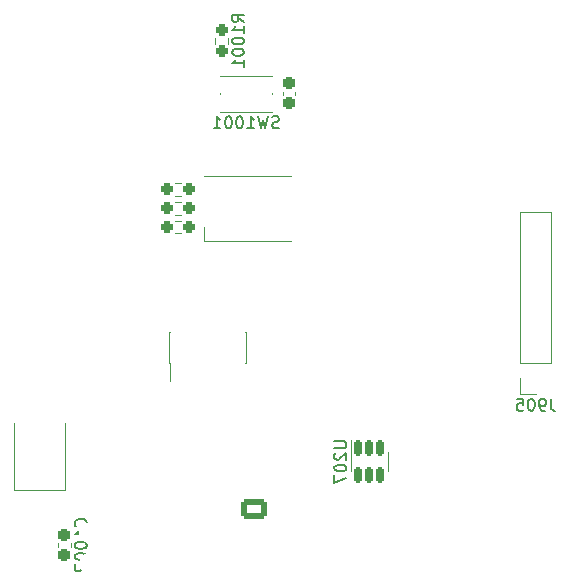
<source format=gbo>
G04 #@! TF.GenerationSoftware,KiCad,Pcbnew,(6.0.8)*
G04 #@! TF.CreationDate,2023-12-02T01:29:22+01:00*
G04 #@! TF.ProjectId,lamp_devboard,6c616d70-5f64-4657-9662-6f6172642e6b,rev?*
G04 #@! TF.SameCoordinates,Original*
G04 #@! TF.FileFunction,Legend,Bot*
G04 #@! TF.FilePolarity,Positive*
%FSLAX46Y46*%
G04 Gerber Fmt 4.6, Leading zero omitted, Abs format (unit mm)*
G04 Created by KiCad (PCBNEW (6.0.8)) date 2023-12-02 01:29:22*
%MOMM*%
%LPD*%
G01*
G04 APERTURE LIST*
G04 Aperture macros list*
%AMRoundRect*
0 Rectangle with rounded corners*
0 $1 Rounding radius*
0 $2 $3 $4 $5 $6 $7 $8 $9 X,Y pos of 4 corners*
0 Add a 4 corners polygon primitive as box body*
4,1,4,$2,$3,$4,$5,$6,$7,$8,$9,$2,$3,0*
0 Add four circle primitives for the rounded corners*
1,1,$1+$1,$2,$3*
1,1,$1+$1,$4,$5*
1,1,$1+$1,$6,$7*
1,1,$1+$1,$8,$9*
0 Add four rect primitives between the rounded corners*
20,1,$1+$1,$2,$3,$4,$5,0*
20,1,$1+$1,$4,$5,$6,$7,0*
20,1,$1+$1,$6,$7,$8,$9,0*
20,1,$1+$1,$8,$9,$2,$3,0*%
G04 Aperture macros list end*
%ADD10C,0.150000*%
%ADD11C,0.120000*%
%ADD12R,1.700000X1.700000*%
%ADD13O,1.700000X1.700000*%
%ADD14RoundRect,0.250000X-0.845000X0.620000X-0.845000X-0.620000X0.845000X-0.620000X0.845000X0.620000X0*%
%ADD15O,2.190000X1.740000*%
%ADD16O,1.154000X2.254000*%
%ADD17C,0.600000*%
%ADD18RoundRect,0.237500X0.250000X0.237500X-0.250000X0.237500X-0.250000X-0.237500X0.250000X-0.237500X0*%
%ADD19RoundRect,0.237500X0.237500X-0.250000X0.237500X0.250000X-0.237500X0.250000X-0.237500X-0.250000X0*%
%ADD20RoundRect,0.237500X0.237500X-0.300000X0.237500X0.300000X-0.237500X0.300000X-0.237500X-0.300000X0*%
%ADD21RoundRect,0.237500X-0.250000X-0.237500X0.250000X-0.237500X0.250000X0.237500X-0.250000X0.237500X0*%
%ADD22R,2.300000X2.500000*%
%ADD23R,1.500000X1.000000*%
%ADD24RoundRect,0.150000X-0.150000X0.512500X-0.150000X-0.512500X0.150000X-0.512500X0.150000X0.512500X0*%
%ADD25R,0.900000X1.000000*%
%ADD26R,0.750000X2.100000*%
G04 APERTURE END LIST*
D10*
X59682380Y-71104761D02*
X59206190Y-70771428D01*
X59682380Y-70533333D02*
X58682380Y-70533333D01*
X58682380Y-70914285D01*
X58730000Y-71009523D01*
X58777619Y-71057142D01*
X58872857Y-71104761D01*
X59015714Y-71104761D01*
X59110952Y-71057142D01*
X59158571Y-71009523D01*
X59206190Y-70914285D01*
X59206190Y-70533333D01*
X59682380Y-72057142D02*
X59682380Y-71485714D01*
X59682380Y-71771428D02*
X58682380Y-71771428D01*
X58825238Y-71676190D01*
X58920476Y-71580952D01*
X58968095Y-71485714D01*
X58682380Y-72676190D02*
X58682380Y-72771428D01*
X58730000Y-72866666D01*
X58777619Y-72914285D01*
X58872857Y-72961904D01*
X59063333Y-73009523D01*
X59301428Y-73009523D01*
X59491904Y-72961904D01*
X59587142Y-72914285D01*
X59634761Y-72866666D01*
X59682380Y-72771428D01*
X59682380Y-72676190D01*
X59634761Y-72580952D01*
X59587142Y-72533333D01*
X59491904Y-72485714D01*
X59301428Y-72438095D01*
X59063333Y-72438095D01*
X58872857Y-72485714D01*
X58777619Y-72533333D01*
X58730000Y-72580952D01*
X58682380Y-72676190D01*
X58682380Y-73628571D02*
X58682380Y-73723809D01*
X58730000Y-73819047D01*
X58777619Y-73866666D01*
X58872857Y-73914285D01*
X59063333Y-73961904D01*
X59301428Y-73961904D01*
X59491904Y-73914285D01*
X59587142Y-73866666D01*
X59634761Y-73819047D01*
X59682380Y-73723809D01*
X59682380Y-73628571D01*
X59634761Y-73533333D01*
X59587142Y-73485714D01*
X59491904Y-73438095D01*
X59301428Y-73390476D01*
X59063333Y-73390476D01*
X58872857Y-73438095D01*
X58777619Y-73485714D01*
X58730000Y-73533333D01*
X58682380Y-73628571D01*
X59682380Y-74914285D02*
X59682380Y-74342857D01*
X59682380Y-74628571D02*
X58682380Y-74628571D01*
X58825238Y-74533333D01*
X58920476Y-74438095D01*
X58968095Y-74342857D01*
X85685714Y-103032380D02*
X85685714Y-103746666D01*
X85733333Y-103889523D01*
X85828571Y-103984761D01*
X85971428Y-104032380D01*
X86066666Y-104032380D01*
X85161904Y-104032380D02*
X84971428Y-104032380D01*
X84876190Y-103984761D01*
X84828571Y-103937142D01*
X84733333Y-103794285D01*
X84685714Y-103603809D01*
X84685714Y-103222857D01*
X84733333Y-103127619D01*
X84780952Y-103080000D01*
X84876190Y-103032380D01*
X85066666Y-103032380D01*
X85161904Y-103080000D01*
X85209523Y-103127619D01*
X85257142Y-103222857D01*
X85257142Y-103460952D01*
X85209523Y-103556190D01*
X85161904Y-103603809D01*
X85066666Y-103651428D01*
X84876190Y-103651428D01*
X84780952Y-103603809D01*
X84733333Y-103556190D01*
X84685714Y-103460952D01*
X84066666Y-103032380D02*
X83971428Y-103032380D01*
X83876190Y-103080000D01*
X83828571Y-103127619D01*
X83780952Y-103222857D01*
X83733333Y-103413333D01*
X83733333Y-103651428D01*
X83780952Y-103841904D01*
X83828571Y-103937142D01*
X83876190Y-103984761D01*
X83971428Y-104032380D01*
X84066666Y-104032380D01*
X84161904Y-103984761D01*
X84209523Y-103937142D01*
X84257142Y-103841904D01*
X84304761Y-103651428D01*
X84304761Y-103413333D01*
X84257142Y-103222857D01*
X84209523Y-103127619D01*
X84161904Y-103080000D01*
X84066666Y-103032380D01*
X82828571Y-103032380D02*
X83304761Y-103032380D01*
X83352380Y-103508571D01*
X83304761Y-103460952D01*
X83209523Y-103413333D01*
X82971428Y-103413333D01*
X82876190Y-103460952D01*
X82828571Y-103508571D01*
X82780952Y-103603809D01*
X82780952Y-103841904D01*
X82828571Y-103937142D01*
X82876190Y-103984761D01*
X82971428Y-104032380D01*
X83209523Y-104032380D01*
X83304761Y-103984761D01*
X83352380Y-103937142D01*
X46287142Y-113804761D02*
X46334761Y-113757142D01*
X46382380Y-113614285D01*
X46382380Y-113519047D01*
X46334761Y-113376190D01*
X46239523Y-113280952D01*
X46144285Y-113233333D01*
X45953809Y-113185714D01*
X45810952Y-113185714D01*
X45620476Y-113233333D01*
X45525238Y-113280952D01*
X45430000Y-113376190D01*
X45382380Y-113519047D01*
X45382380Y-113614285D01*
X45430000Y-113757142D01*
X45477619Y-113804761D01*
X46382380Y-114757142D02*
X46382380Y-114185714D01*
X46382380Y-114471428D02*
X45382380Y-114471428D01*
X45525238Y-114376190D01*
X45620476Y-114280952D01*
X45668095Y-114185714D01*
X45382380Y-115376190D02*
X45382380Y-115471428D01*
X45430000Y-115566666D01*
X45477619Y-115614285D01*
X45572857Y-115661904D01*
X45763333Y-115709523D01*
X46001428Y-115709523D01*
X46191904Y-115661904D01*
X46287142Y-115614285D01*
X46334761Y-115566666D01*
X46382380Y-115471428D01*
X46382380Y-115376190D01*
X46334761Y-115280952D01*
X46287142Y-115233333D01*
X46191904Y-115185714D01*
X46001428Y-115138095D01*
X45763333Y-115138095D01*
X45572857Y-115185714D01*
X45477619Y-115233333D01*
X45430000Y-115280952D01*
X45382380Y-115376190D01*
X45382380Y-116328571D02*
X45382380Y-116423809D01*
X45430000Y-116519047D01*
X45477619Y-116566666D01*
X45572857Y-116614285D01*
X45763333Y-116661904D01*
X46001428Y-116661904D01*
X46191904Y-116614285D01*
X46287142Y-116566666D01*
X46334761Y-116519047D01*
X46382380Y-116423809D01*
X46382380Y-116328571D01*
X46334761Y-116233333D01*
X46287142Y-116185714D01*
X46191904Y-116138095D01*
X46001428Y-116090476D01*
X45763333Y-116090476D01*
X45572857Y-116138095D01*
X45477619Y-116185714D01*
X45430000Y-116233333D01*
X45382380Y-116328571D01*
X45477619Y-117042857D02*
X45430000Y-117090476D01*
X45382380Y-117185714D01*
X45382380Y-117423809D01*
X45430000Y-117519047D01*
X45477619Y-117566666D01*
X45572857Y-117614285D01*
X45668095Y-117614285D01*
X45810952Y-117566666D01*
X46382380Y-116995238D01*
X46382380Y-117614285D01*
X67352380Y-106635714D02*
X68161904Y-106635714D01*
X68257142Y-106683333D01*
X68304761Y-106730952D01*
X68352380Y-106826190D01*
X68352380Y-107016666D01*
X68304761Y-107111904D01*
X68257142Y-107159523D01*
X68161904Y-107207142D01*
X67352380Y-107207142D01*
X67447619Y-107635714D02*
X67400000Y-107683333D01*
X67352380Y-107778571D01*
X67352380Y-108016666D01*
X67400000Y-108111904D01*
X67447619Y-108159523D01*
X67542857Y-108207142D01*
X67638095Y-108207142D01*
X67780952Y-108159523D01*
X68352380Y-107588095D01*
X68352380Y-108207142D01*
X67352380Y-108826190D02*
X67352380Y-108921428D01*
X67400000Y-109016666D01*
X67447619Y-109064285D01*
X67542857Y-109111904D01*
X67733333Y-109159523D01*
X67971428Y-109159523D01*
X68161904Y-109111904D01*
X68257142Y-109064285D01*
X68304761Y-109016666D01*
X68352380Y-108921428D01*
X68352380Y-108826190D01*
X68304761Y-108730952D01*
X68257142Y-108683333D01*
X68161904Y-108635714D01*
X67971428Y-108588095D01*
X67733333Y-108588095D01*
X67542857Y-108635714D01*
X67447619Y-108683333D01*
X67400000Y-108730952D01*
X67352380Y-108826190D01*
X67352380Y-109492857D02*
X67352380Y-110159523D01*
X68352380Y-109730952D01*
X62661904Y-80054761D02*
X62519047Y-80102380D01*
X62280952Y-80102380D01*
X62185714Y-80054761D01*
X62138095Y-80007142D01*
X62090476Y-79911904D01*
X62090476Y-79816666D01*
X62138095Y-79721428D01*
X62185714Y-79673809D01*
X62280952Y-79626190D01*
X62471428Y-79578571D01*
X62566666Y-79530952D01*
X62614285Y-79483333D01*
X62661904Y-79388095D01*
X62661904Y-79292857D01*
X62614285Y-79197619D01*
X62566666Y-79150000D01*
X62471428Y-79102380D01*
X62233333Y-79102380D01*
X62090476Y-79150000D01*
X61757142Y-79102380D02*
X61519047Y-80102380D01*
X61328571Y-79388095D01*
X61138095Y-80102380D01*
X60900000Y-79102380D01*
X59995238Y-80102380D02*
X60566666Y-80102380D01*
X60280952Y-80102380D02*
X60280952Y-79102380D01*
X60376190Y-79245238D01*
X60471428Y-79340476D01*
X60566666Y-79388095D01*
X59376190Y-79102380D02*
X59280952Y-79102380D01*
X59185714Y-79150000D01*
X59138095Y-79197619D01*
X59090476Y-79292857D01*
X59042857Y-79483333D01*
X59042857Y-79721428D01*
X59090476Y-79911904D01*
X59138095Y-80007142D01*
X59185714Y-80054761D01*
X59280952Y-80102380D01*
X59376190Y-80102380D01*
X59471428Y-80054761D01*
X59519047Y-80007142D01*
X59566666Y-79911904D01*
X59614285Y-79721428D01*
X59614285Y-79483333D01*
X59566666Y-79292857D01*
X59519047Y-79197619D01*
X59471428Y-79150000D01*
X59376190Y-79102380D01*
X58423809Y-79102380D02*
X58328571Y-79102380D01*
X58233333Y-79150000D01*
X58185714Y-79197619D01*
X58138095Y-79292857D01*
X58090476Y-79483333D01*
X58090476Y-79721428D01*
X58138095Y-79911904D01*
X58185714Y-80007142D01*
X58233333Y-80054761D01*
X58328571Y-80102380D01*
X58423809Y-80102380D01*
X58519047Y-80054761D01*
X58566666Y-80007142D01*
X58614285Y-79911904D01*
X58661904Y-79721428D01*
X58661904Y-79483333D01*
X58614285Y-79292857D01*
X58566666Y-79197619D01*
X58519047Y-79150000D01*
X58423809Y-79102380D01*
X57138095Y-80102380D02*
X57709523Y-80102380D01*
X57423809Y-80102380D02*
X57423809Y-79102380D01*
X57519047Y-79245238D01*
X57614285Y-79340476D01*
X57709523Y-79388095D01*
D11*
X54354724Y-84777500D02*
X53845276Y-84777500D01*
X54354724Y-85822500D02*
X53845276Y-85822500D01*
X57277500Y-72954724D02*
X57277500Y-72445276D01*
X58322500Y-72954724D02*
X58322500Y-72445276D01*
X54354724Y-86377500D02*
X53845276Y-86377500D01*
X54354724Y-87422500D02*
X53845276Y-87422500D01*
X64010000Y-77296267D02*
X64010000Y-77003733D01*
X62990000Y-77296267D02*
X62990000Y-77003733D01*
X53845276Y-87977500D02*
X54354724Y-87977500D01*
X53845276Y-89022500D02*
X54354724Y-89022500D01*
X83070000Y-99980000D02*
X83070000Y-87220000D01*
X83070000Y-87220000D02*
X85730000Y-87220000D01*
X85730000Y-99980000D02*
X85730000Y-87220000D01*
X83070000Y-102580000D02*
X84400000Y-102580000D01*
X83070000Y-101250000D02*
X83070000Y-102580000D01*
X83070000Y-99980000D02*
X85730000Y-99980000D01*
X45010000Y-115546267D02*
X45010000Y-115253733D01*
X43990000Y-115546267D02*
X43990000Y-115253733D01*
X40250000Y-110750000D02*
X40250000Y-105050000D01*
X44550000Y-110750000D02*
X40250000Y-110750000D01*
X44550000Y-110750000D02*
X44550000Y-105050000D01*
X56350000Y-88500000D02*
X56350000Y-89650000D01*
X56350000Y-89650000D02*
X63650000Y-89650000D01*
X56350000Y-84150000D02*
X63650000Y-84150000D01*
X71860000Y-108350000D02*
X71860000Y-109150000D01*
X68740000Y-108350000D02*
X68740000Y-109150000D01*
X71860000Y-108350000D02*
X71860000Y-107550000D01*
X68740000Y-108350000D02*
X68740000Y-106550000D01*
X62100000Y-78750000D02*
X57700000Y-78750000D01*
X57700000Y-77150000D02*
X57700000Y-77250000D01*
X62100000Y-77150000D02*
X62100000Y-77250000D01*
X57700000Y-75650000D02*
X62100000Y-75650000D01*
X53365000Y-97370000D02*
X53365000Y-100030000D01*
X59775000Y-97370000D02*
X59835000Y-97370000D01*
X59775000Y-100030000D02*
X59835000Y-100030000D01*
X59835000Y-97370000D02*
X59835000Y-100030000D01*
X53365000Y-97370000D02*
X53425000Y-97370000D01*
X53425000Y-100030000D02*
X53425000Y-101490000D01*
X53365000Y-100030000D02*
X53425000Y-100030000D01*
%LPC*%
D12*
X78300000Y-56225000D03*
D13*
X78300000Y-53685000D03*
X75760000Y-56225000D03*
X75760000Y-53685000D03*
D14*
X60580000Y-112360000D03*
D15*
X60580000Y-114900000D03*
X60580000Y-117440000D03*
D12*
X44300000Y-56225000D03*
D13*
X44300000Y-53685000D03*
X41760000Y-56225000D03*
X41760000Y-53685000D03*
D16*
X64825000Y-118040000D03*
X76825000Y-118040000D03*
D12*
X61300000Y-56225000D03*
D13*
X61300000Y-53685000D03*
X58760000Y-56225000D03*
X58760000Y-53685000D03*
D12*
X42400000Y-116975000D03*
D13*
X42400000Y-114435000D03*
D17*
X68500000Y-72125000D03*
X67500000Y-72125000D03*
X67500000Y-71125000D03*
X68500000Y-71125000D03*
D12*
X49075000Y-114425000D03*
D13*
X49075000Y-116965000D03*
X46535000Y-114425000D03*
X46535000Y-116965000D03*
D17*
X47500000Y-72100000D03*
X47500000Y-71100000D03*
X48500000Y-72100000D03*
X48500000Y-71100000D03*
D18*
X55012500Y-85300000D03*
X53187500Y-85300000D03*
D19*
X57800000Y-73612500D03*
X57800000Y-71787500D03*
D18*
X55012500Y-86900000D03*
X53187500Y-86900000D03*
D20*
X63500000Y-78012500D03*
X63500000Y-76287500D03*
D21*
X53187500Y-88500000D03*
X55012500Y-88500000D03*
D12*
X84400000Y-101250000D03*
D13*
X84400000Y-98710000D03*
X84400000Y-96170000D03*
X84400000Y-93630000D03*
X84400000Y-91090000D03*
X84400000Y-88550000D03*
D20*
X44500000Y-116262500D03*
X44500000Y-114537500D03*
D22*
X42400000Y-109350000D03*
X42400000Y-105050000D03*
D23*
X57550000Y-88500000D03*
X57550000Y-86900000D03*
X57550000Y-85300000D03*
X62450000Y-85300000D03*
X62450000Y-86900000D03*
X62450000Y-88500000D03*
D24*
X69350000Y-107212500D03*
X70300000Y-107212500D03*
X71250000Y-107212500D03*
X71250000Y-109487500D03*
X70300000Y-109487500D03*
X69350000Y-109487500D03*
D25*
X57850000Y-78000000D03*
X61950000Y-78000000D03*
X61950000Y-76400000D03*
X57850000Y-76400000D03*
D26*
X54060000Y-100500000D03*
X54060000Y-96900000D03*
X55330000Y-100500000D03*
X55330000Y-96900000D03*
X56600000Y-100500000D03*
X56600000Y-96900000D03*
X57870000Y-100500000D03*
X57870000Y-96900000D03*
X59140000Y-100500000D03*
X59140000Y-96900000D03*
M02*

</source>
